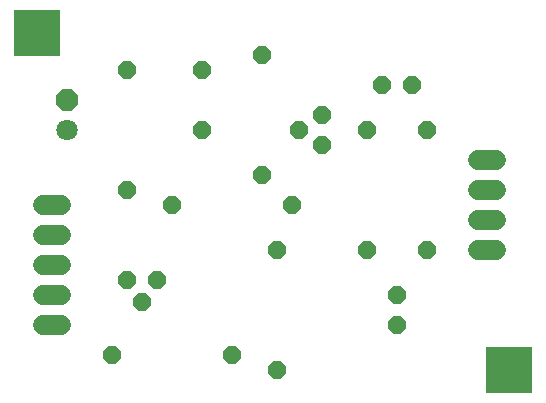
<source format=gbs>
G75*
G70*
%OFA0B0*%
%FSLAX24Y24*%
%IPPOS*%
%LPD*%
%AMOC8*
5,1,8,0,0,1.08239X$1,22.5*
%
%ADD10OC8,0.0600*%
%ADD11OC8,0.0710*%
%ADD12C,0.0710*%
%ADD13C,0.0680*%
%ADD14R,0.1582X0.1582*%
D10*
X004681Y001681D03*
X005681Y003431D03*
X005181Y004181D03*
X006181Y004181D03*
X006681Y006681D03*
X005181Y007181D03*
X007681Y009181D03*
X009681Y007681D03*
X010681Y006681D03*
X010181Y005181D03*
X013181Y005181D03*
X015181Y005181D03*
X014181Y003681D03*
X014181Y002681D03*
X010181Y001181D03*
X008681Y001681D03*
X011681Y008681D03*
X010931Y009181D03*
X011681Y009681D03*
X013181Y009181D03*
X015181Y009181D03*
X014681Y010681D03*
X013681Y010681D03*
X009681Y011681D03*
X007681Y011181D03*
X005181Y011181D03*
D11*
X003181Y010181D03*
D12*
X003181Y009181D03*
D13*
X002981Y002681D02*
X002381Y002681D01*
X002381Y003681D02*
X002981Y003681D01*
X002981Y004681D02*
X002381Y004681D01*
X002381Y005681D02*
X002981Y005681D01*
X002981Y006681D02*
X002381Y006681D01*
X016881Y006181D02*
X017481Y006181D01*
X017481Y005181D02*
X016881Y005181D01*
X016881Y007181D02*
X017481Y007181D01*
X017481Y008181D02*
X016881Y008181D01*
D14*
X017931Y001181D03*
X002181Y012401D03*
M02*

</source>
